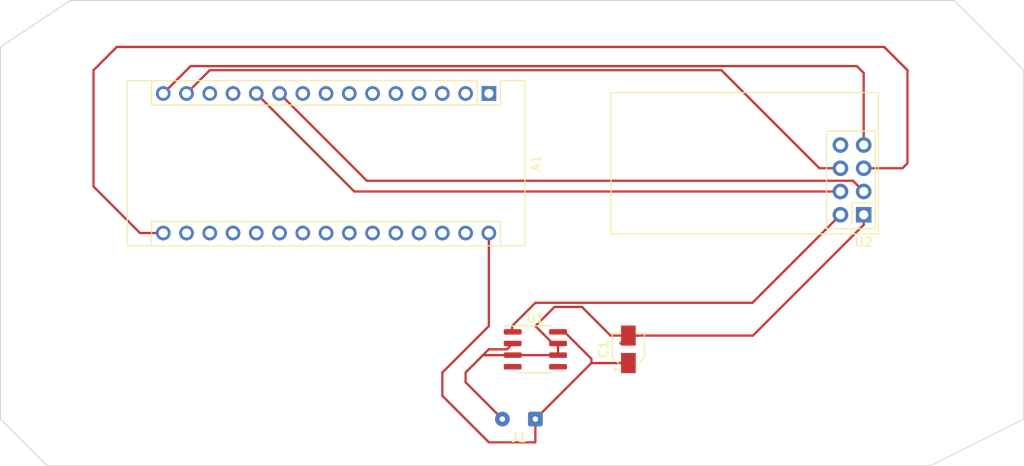
<source format=kicad_pcb>
(kicad_pcb (version 20211014) (generator pcbnew)
  (layers (0 "F.Cu" signal) (31 "B.Cu" signal) (34 "B.Paste" user) (35 "F.Paste" user) (36 "B.SilkS" user "B.Silkscreen") (37 "F.SilkS" user "F.Silkscreen") (38 "B.Mask" user) (39 "F.Mask" user) (44 "Edge.Cuts" user))
  (net 0 "")
  (net 4 "Net-(A1-Pad29)")
  (net 10 "Net-(A1-Pad10)")
  (net 11 "Net-(A1-Pad11)")
  (net 14 "Net-(A1-Pad14)")
  (net 15 "Net-(A1-Pad15)")
  (net 16 "Net-(A1-Pad16)")
  (net 29 "Net-(A1-Pad30)")
  (net 30 "Net-(U1-Pad1)")
  (net 34 "Net-(C1-Pad2)")
  (footprint "Capacitor_SMD:CP_Elec_3x5.3" (layer "F.Cu") (at 144.78 114.3 90)
    (fp_text reference "C1" (at 0 -2.7 90) (layer "F.SilkS"))
    (fp_text value "C_Polarized_US")
    (fp_line (start 1.76 -1.76) (end 1.76 -1.06) (layer "F.SilkS") (width 0.12))
    (fp_line (start -2.375 -1.435) (end -2 -1.435) (layer "F.SilkS") (width 0.12))
    (fp_line (start -0.870563 1.76) (end 1.76 1.76) (layer "F.SilkS") (width 0.12))
    (fp_line (start -0.870563 -1.76) (end 1.76 -1.76) (layer "F.SilkS") (width 0.12))
    (fp_line (start -1.570563 -1.06) (end -0.870563 -1.76) (layer "F.SilkS") (width 0.12))
    (fp_line (start -2.1875 -1.6225) (end -2.1875 -1.2475) (layer "F.SilkS") (width 0.12))
    (fp_line (start 1.76 1.76) (end 1.76 1.06) (layer "F.SilkS") (width 0.12))
    (fp_line (start -1.570563 1.06) (end -0.870563 1.76) (layer "F.SilkS") (width 0.12))
    (pad "1" smd rect (at -1.5 0 90) (size 2.2 1.6) (layers "F.Cu" "F.Paste" "F.Mask") (net 29 "Net-(A1-Pad30)"))
    (pad "2" smd rect (at 1.5 0 90) (size 2.2 1.6) (layers "F.Cu" "F.Paste" "F.Mask") (net 34 "Net-(C1-Pad2)"))
  )
  (footprint "Package_SO:SOIC-8_3.9x4.9mm_P1.27mm" (layer "F.Cu") (at 134.62 114.3)
    (fp_text reference "U1" (at 0 -3.4) (layer "F.SilkS"))
    (fp_text value "L78L33_SO8")
    (fp_line (start 0 -2.56) (end -3.45 -2.56) (layer "F.SilkS") (width 0.12))
    (fp_line (start 0 2.56) (end -1.95 2.56) (layer "F.SilkS") (width 0.12))
    (fp_line (start 0 2.56) (end 1.95 2.56) (layer "F.SilkS") (width 0.12))
    (fp_line (start 0 -2.56) (end 1.95 -2.56) (layer "F.SilkS") (width 0.12))
    (pad "1" smd roundrect (at -2.475 -1.905) (size 1.95 0.6) (layers "F.Cu" "F.Paste" "F.Mask") (net 30 "Net-(U1-Pad1)"))
    (pad "2" smd roundrect (at -2.475 -0.635) (size 1.95 0.6) (layers "F.Cu" "F.Paste" "F.Mask") (net 34 "Net-(C1-Pad2)"))
    (pad "3" smd roundrect (at -2.475 0.635) (size 1.95 0.6) (layers "F.Cu" "F.Paste" "F.Mask") (net 34 "Net-(C1-Pad2)"))
    (pad "4" smd roundrect (at -2.475 1.905) (size 1.95 0.6) (layers "F.Cu" "F.Paste" "F.Mask"))
    (pad "5" smd roundrect (at 2.475 1.905) (size 1.95 0.6) (layers "F.Cu" "F.Paste" "F.Mask"))
    (pad "6" smd roundrect (at 2.475 0.635) (size 1.95 0.6) (layers "F.Cu" "F.Paste" "F.Mask") (net 34 "Net-(C1-Pad2)"))
    (pad "7" smd roundrect (at 2.475 -0.635) (size 1.95 0.6) (layers "F.Cu" "F.Paste" "F.Mask") (net 34 "Net-(C1-Pad2)"))
    (pad "8" smd roundrect (at 2.475 -1.905) (size 1.95 0.6) (layers "F.Cu" "F.Paste" "F.Mask") (net 29 "Net-(A1-Pad30)"))
  )
  (footprint "Connector_Wire:SolderWire-0.1sqmm_1x02_P3.6mm_D0.4mm_OD1mm" (layer "F.Cu") (at 134.62 121.92 180)
    (fp_text reference "J1" (at 1.8 -2) (layer "F.SilkS"))
    (fp_text value "Conn_01x02_Male")
    (pad "1" thru_hole roundrect (at 0 0 180) (size 1.6 1.6) (drill 0.6) (layers *.Cu *.Mask) (roundrect_rratio 0.15625) (net 29 "Net-(A1-Pad30)"))
    (pad "2" thru_hole circle (at 3.6 0 180) (size 1.6 1.6) (drill 0.6) (layers *.Cu *.Mask) (net 34 "Net-(C1-Pad2)"))
  )
  (footprint "Module:Arduino_Nano" (layer "F.Cu") (at 129.54 86.36 -90)
    (fp_text reference "A1" (at 7.62 -5.08 90) (layer "F.SilkS"))
    (fp_text value "Arduino_Nano_Every")
    (fp_line (start 13.97 -1.27) (end 13.97 36.83) (layer "F.SilkS") (width 0.12))
    (fp_line (start 1.27 1.27) (end 1.27 36.83) (layer "F.SilkS") (width 0.12))
    (fp_line (start 16.64 -3.94) (end -1.4 -3.94) (layer "F.SilkS") (width 0.12))
    (fp_line (start -1.4 39.5) (end 16.64 39.5) (layer "F.SilkS") (width 0.12))
    (fp_line (start 13.97 36.83) (end 16.64 36.83) (layer "F.SilkS") (width 0.12))
    (fp_line (start 1.27 36.83) (end -1.4 36.83) (layer "F.SilkS") (width 0.12))
    (fp_line (start 16.64 39.5) (end 16.64 -3.94) (layer "F.SilkS") (width 0.12))
    (fp_line (start 13.97 -1.27) (end 16.64 -1.27) (layer "F.SilkS") (width 0.12))
    (fp_line (start -1.4 -3.94) (end -1.4 -1.27) (layer "F.SilkS") (width 0.12))
    (fp_line (start 1.27 -1.27) (end -1.4 -1.27) (layer "F.SilkS") (width 0.12))
    (fp_line (start -1.4 1.27) (end -1.4 39.5) (layer "F.SilkS") (width 0.12))
    (fp_line (start 1.27 1.27) (end 1.27 -1.27) (layer "F.SilkS") (width 0.12))
    (fp_line (start 1.27 1.27) (end -1.4 1.27) (layer "F.SilkS") (width 0.12))
    (pad "1" thru_hole rect (at 0 0 270) (size 1.6 1.6) (drill 1) (layers *.Cu *.Mask))
    (pad "2" thru_hole oval (at 0 2.54 270) (size 1.6 1.6) (drill 1) (layers *.Cu *.Mask))
    (pad "3" thru_hole oval (at 0 5.08 270) (size 1.6 1.6) (drill 1) (layers *.Cu *.Mask))
    (pad "4" thru_hole oval (at 0 7.62 270) (size 1.6 1.6) (drill 1) (layers *.Cu *.Mask) (net 4 "Net-(A1-Pad29)"))
    (pad "5" thru_hole oval (at 0 10.16 270) (size 1.6 1.6) (drill 1) (layers *.Cu *.Mask))
    (pad "6" thru_hole oval (at 0 12.7 270) (size 1.6 1.6) (drill 1) (layers *.Cu *.Mask))
    (pad "7" thru_hole oval (at 0 15.24 270) (size 1.6 1.6) (drill 1) (layers *.Cu *.Mask))
    (pad "8" thru_hole oval (at 0 17.78 270) (size 1.6 1.6) (drill 1) (layers *.Cu *.Mask))
    (pad "9" thru_hole oval (at 0 20.32 270) (size 1.6 1.6) (drill 1) (layers *.Cu *.Mask))
    (pad "10" thru_hole oval (at 0 22.86 270) (size 1.6 1.6) (drill 1) (layers *.Cu *.Mask) (net 10 "Net-(A1-Pad10)"))
    (pad "11" thru_hole oval (at 0 25.4 270) (size 1.6 1.6) (drill 1) (layers *.Cu *.Mask) (net 11 "Net-(A1-Pad11)"))
    (pad "12" thru_hole oval (at 0 27.94 270) (size 1.6 1.6) (drill 1) (layers *.Cu *.Mask))
    (pad "13" thru_hole oval (at 0 30.48 270) (size 1.6 1.6) (drill 1) (layers *.Cu *.Mask))
    (pad "14" thru_hole oval (at 0 33.02 270) (size 1.6 1.6) (drill 1) (layers *.Cu *.Mask) (net 14 "Net-(A1-Pad14)"))
    (pad "15" thru_hole oval (at 0 35.56 270) (size 1.6 1.6) (drill 1) (layers *.Cu *.Mask) (net 15 "Net-(A1-Pad15)"))
    (pad "16" thru_hole oval (at 15.24 35.56 270) (size 1.6 1.6) (drill 1) (layers *.Cu *.Mask) (net 16 "Net-(A1-Pad16)"))
    (pad "17" thru_hole oval (at 15.24 33.02 270) (size 1.6 1.6) (drill 1) (layers *.Cu *.Mask))
    (pad "18" thru_hole oval (at 15.24 30.48 270) (size 1.6 1.6) (drill 1) (layers *.Cu *.Mask))
    (pad "19" thru_hole oval (at 15.24 27.94 270) (size 1.6 1.6) (drill 1) (layers *.Cu *.Mask))
    (pad "20" thru_hole oval (at 15.24 25.4 270) (size 1.6 1.6) (drill 1) (layers *.Cu *.Mask))
    (pad "21" thru_hole oval (at 15.24 22.86 270) (size 1.6 1.6) (drill 1) (layers *.Cu *.Mask))
    (pad "22" thru_hole oval (at 15.24 20.32 270) (size 1.6 1.6) (drill 1) (layers *.Cu *.Mask))
    (pad "23" thru_hole oval (at 15.24 17.78 270) (size 1.6 1.6) (drill 1) (layers *.Cu *.Mask))
    (pad "24" thru_hole oval (at 15.24 15.24 270) (size 1.6 1.6) (drill 1) (layers *.Cu *.Mask))
    (pad "25" thru_hole oval (at 15.24 12.7 270) (size 1.6 1.6) (drill 1) (layers *.Cu *.Mask))
    (pad "26" thru_hole oval (at 15.24 10.16 270) (size 1.6 1.6) (drill 1) (layers *.Cu *.Mask))
    (pad "27" thru_hole oval (at 15.24 7.62 270) (size 1.6 1.6) (drill 1) (layers *.Cu *.Mask))
    (pad "28" thru_hole oval (at 15.24 5.08 270) (size 1.6 1.6) (drill 1) (layers *.Cu *.Mask))
    (pad "29" thru_hole oval (at 15.24 2.54 270) (size 1.6 1.6) (drill 1) (layers *.Cu *.Mask) (net 4 "Net-(A1-Pad29)"))
    (pad "30" thru_hole oval (at 15.24 0 270) (size 1.6 1.6) (drill 1) (layers *.Cu *.Mask) (net 29 "Net-(A1-Pad30)"))
  )
  (footprint "RF_Module:nRF24L01_Breakout" (layer "F.Cu") (at 170.48 99.605 180)
    (fp_text reference "U2" (at 0 -3) (layer "F.SilkS"))
    (fp_text value "nRF24L01+")
    (fp_line (start 27.6 13.35) (end -1.6 13.35) (layer "F.SilkS") (width 0.12))
    (fp_line (start 1.27 1.27) (end -1.016 1.27) (layer "F.SilkS") (width 0.12))
    (fp_line (start -1.6 -2.1) (end 27.6 -2.1) (layer "F.SilkS") (width 0.12))
    (fp_line (start -1.27 -1.524) (end 4.064 -1.524) (layer "F.SilkS") (width 0.12))
    (fp_line (start -1.6 -2.1) (end -1.6 -2.1) (layer "F.SilkS") (width 0.12))
    (fp_line (start 4.064 9.144) (end -1.27 9.144) (layer "F.SilkS") (width 0.12))
    (fp_line (start -1.27 9.144) (end -1.27 9.144) (layer "F.SilkS") (width 0.12))
    (fp_line (start -1.6 13.35) (end -1.6 -2.1) (layer "F.SilkS") (width 0.12))
    (fp_line (start 1.27 -1.016) (end 1.27 1.27) (layer "F.SilkS") (width 0.12))
    (fp_line (start -1.27 9.144) (end -1.27 -1.524) (layer "F.SilkS") (width 0.12))
    (fp_line (start 27.6 -2.1) (end 27.6 13.35) (layer "F.SilkS") (width 0.12))
    (fp_line (start -1.27 -1.524) (end -1.27 -1.524) (layer "F.SilkS") (width 0.12))
    (fp_line (start -1.016 1.27) (end -1.016 1.27) (layer "F.SilkS") (width 0.12))
    (fp_line (start 4.064 -1.524) (end 4.064 9.144) (layer "F.SilkS") (width 0.12))
    (pad "1" thru_hole rect (at 0 0 180) (size 1.7 1.7) (drill 1) (layers *.Cu *.Mask) (net 34 "Net-(C1-Pad2)"))
    (pad "2" thru_hole circle (at 2.54 0 180) (size 1.7 1.7) (drill 1) (layers *.Cu *.Mask) (net 30 "Net-(U1-Pad1)"))
    (pad "3" thru_hole circle (at 0 2.54 180) (size 1.7 1.7) (drill 1) (layers *.Cu *.Mask) (net 10 "Net-(A1-Pad10)"))
    (pad "4" thru_hole circle (at 2.54 2.54 180) (size 1.7 1.7) (drill 1) (layers *.Cu *.Mask) (net 11 "Net-(A1-Pad11)"))
    (pad "5" thru_hole circle (at 0 5.08 180) (size 1.7 1.7) (drill 1) (layers *.Cu *.Mask) (net 16 "Net-(A1-Pad16)"))
    (pad "6" thru_hole circle (at 2.54 5.08 180) (size 1.7 1.7) (drill 1) (layers *.Cu *.Mask) (net 14 "Net-(A1-Pad14)"))
    (pad "7" thru_hole circle (at 0 7.62 180) (size 1.7 1.7) (drill 1) (layers *.Cu *.Mask) (net 15 "Net-(A1-Pad15)"))
    (pad "8" thru_hole circle (at 2.54 7.62 180) (size 1.7 1.7) (drill 1) (layers *.Cu *.Mask))
  )
  (gr_poly (pts (xy 187.96 83.82) (xy 187.96 121.92) (xy 177.8 127) (xy 81.28 127) (xy 76.2 121.92) (xy 76.2 81.28) (xy 83.82 76.2) (xy 180.34 76.2)) (layer "Edge.Cuts") (width 0.1) (fill none))
  (segment (start 169.305489 95.890489) (end 170.48 97.065) (width 0.25) (layer "F.Cu") (net 10))
  (segment (start 106.68 86.36) (end 116.210489 95.890489) (width 0.25) (layer "F.Cu") (net 10))
  (segment (start 116.210489 95.890489) (end 169.305489 95.890489) (width 0.25) (layer "F.Cu") (net 10))
  (segment (start 104.14 86.36) (end 114.845 97.065) (width 0.25) (layer "F.Cu") (net 11))
  (segment (start 114.845 97.065) (end 167.94 97.065) (width 0.25) (layer "F.Cu") (net 11))
  (segment (start 99.06 83.82) (end 154.94 83.82) (width 0.25) (layer "F.Cu") (net 14))
  (segment (start 96.52 86.36) (end 99.06 83.82) (width 0.25) (layer "F.Cu") (net 14))
  (segment (start 165.645 94.525) (end 167.94 94.525) (width 0.25) (layer "F.Cu") (net 14))
  (segment (start 154.94 83.82) (end 165.645 94.525) (width 0.25) (layer "F.Cu") (net 14))
  (segment (start 170.48 84.12) (end 170.48 91.985) (width 0.25) (layer "F.Cu") (net 15))
  (segment (start 169.73048 83.37048) (end 170.48 84.12) (width 0.25) (layer "F.Cu") (net 15))
  (segment (start 96.96952 83.37048) (end 169.73048 83.37048) (width 0.25) (layer "F.Cu") (net 15))
  (segment (start 93.98 86.36) (end 96.96952 83.37048) (width 0.25) (layer "F.Cu") (net 15))
  (segment (start 86.36 83.82) (end 88.9 81.28) (width 0.25) (layer "F.Cu") (net 16))
  (segment (start 175.26 83.82) (end 175.26 93.98) (width 0.25) (layer "F.Cu") (net 16))
  (segment (start 172.72 81.28) (end 175.26 83.82) (width 0.25) (layer "F.Cu") (net 16))
  (segment (start 88.9 81.28) (end 172.72 81.28) (width 0.25) (layer "F.Cu") (net 16))
  (segment (start 91.44 101.6) (end 86.36 96.52) (width 0.25) (layer "F.Cu") (net 16))
  (segment (start 86.36 96.52) (end 86.36 83.82) (width 0.25) (layer "F.Cu") (net 16))
  (segment (start 175.26 93.98) (end 174.715 94.525) (width 0.25) (layer "F.Cu") (net 16))
  (segment (start 93.98 101.6) (end 91.44 101.6) (width 0.25) (layer "F.Cu") (net 16))
  (segment (start 174.715 94.525) (end 170.48 94.525) (width 0.25) (layer "F.Cu") (net 16))
  (segment (start 129.54 111.76) (end 124.46 116.84) (width 0.25) (layer "F.Cu") (net 29))
  (segment (start 137.095 112.395) (end 137.795 112.395) (width 0.25) (layer "F.Cu") (net 29))
  (segment (start 137.795 112.395) (end 140.74 115.34) (width 0.25) (layer "F.Cu") (net 29))
  (segment (start 124.46 119.38) (end 129.54 124.46) (width 0.25) (layer "F.Cu") (net 29))
  (segment (start 140.74 115.8) (end 134.62 121.92) (width 0.25) (layer "F.Cu") (net 29))
  (segment (start 134.62 124.46) (end 134.62 121.92) (width 0.25) (layer "F.Cu") (net 29))
  (segment (start 129.54 124.46) (end 134.62 124.46) (width 0.25) (layer "F.Cu") (net 29))
  (segment (start 129.54 101.6) (end 129.54 111.76) (width 0.25) (layer "F.Cu") (net 29))
  (segment (start 124.46 116.84) (end 124.46 119.38) (width 0.25) (layer "F.Cu") (net 29))
  (segment (start 140.74 115.34) (end 140.74 115.8) (width 0.25) (layer "F.Cu") (net 29))
  (segment (start 144.78 115.8) (end 140.74 115.8) (width 0.25) (layer "F.Cu") (net 29))
  (segment (start 132.08 112.33) (end 132.08 111.76) (width 0.25) (layer "F.Cu") (net 30))
  (segment (start 158.325 109.22) (end 134.62 109.22) (width 0.25) (layer "F.Cu") (net 30))
  (segment (start 132.145 112.395) (end 132.08 112.33) (width 0.25) (layer "F.Cu") (net 30))
  (segment (start 167.94 99.605) (end 158.325 109.22) (width 0.25) (layer "F.Cu") (net 30))
  (segment (start 132.08 111.76) (end 134.62 109.22) (width 0.25) (layer "F.Cu") (net 30))
  (segment (start 128.905 114.935) (end 132.145 114.935) (width 0.25) (layer "F.Cu") (net 34))
  (segment (start 132.145 113.665) (end 131.51 114.3) (width 0.25) (layer "F.Cu") (net 34))
  (segment (start 132.145 114.935) (end 137.095 114.935) (width 0.25) (layer "F.Cu") (net 34))
  (segment (start 158.385 112.8) (end 144.78 112.8) (width 0.25) (layer "F.Cu") (net 34))
  (segment (start 170.48 100.705) (end 158.385 112.8) (width 0.25) (layer "F.Cu") (net 34))
  (segment (start 142.83048 112.8) (end 139.7 109.66952) (width 0.25) (layer "F.Cu") (net 34))
  (segment (start 137.095 113.665) (end 137.095 114.935) (width 0.25) (layer "F.Cu") (net 34))
  (segment (start 170.48 99.605) (end 170.48 100.705) (width 0.25) (layer "F.Cu") (net 34))
  (segment (start 136.525 113.665) (end 137.095 113.665) (width 0.25) (layer "F.Cu") (net 34))
  (segment (start 127 117.9) (end 127 116.84) (width 0.25) (layer "F.Cu") (net 34))
  (segment (start 139.7 109.66952) (end 136.71048 109.66952) (width 0.25) (layer "F.Cu") (net 34))
  (segment (start 131.02 121.92) (end 127 117.9) (width 0.25) (layer "F.Cu") (net 34))
  (segment (start 129.54 114.3) (end 128.905 114.935) (width 0.25) (layer "F.Cu") (net 34))
  (segment (start 127 116.84) (end 128.905 114.935) (width 0.25) (layer "F.Cu") (net 34))
  (segment (start 144.78 112.8) (end 145.82 112.8) (width 0.25) (layer "F.Cu") (net 34))
  (segment (start 144.78 112.8) (end 143.915 113.665) (width 0.25) (layer "F.Cu") (net 34))
  (segment (start 136.71048 109.66952) (end 134.62 111.76) (width 0.25) (layer "F.Cu") (net 34))
  (segment (start 134.62 111.76) (end 136.525 113.665) (width 0.25) (layer "F.Cu") (net 34))
  (segment (start 131.51 114.3) (end 129.54 114.3) (width 0.25) (layer "F.Cu") (net 34))
  (segment (start 144.78 112.8) (end 142.83048 112.8) (width 0.25) (layer "F.Cu") (net 34))
)
</source>
